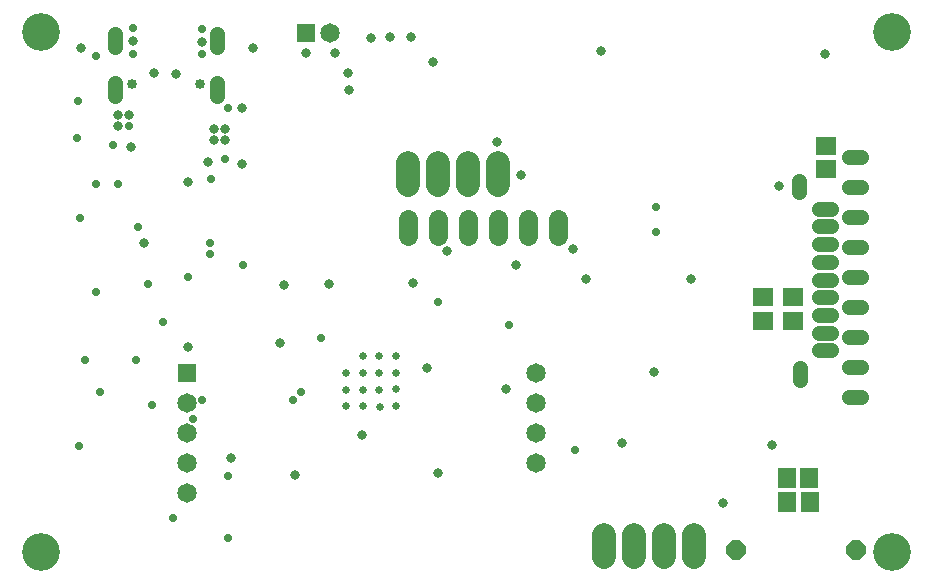
<source format=gbr>
G04 EAGLE Gerber RS-274X export*
G75*
%MOMM*%
%FSLAX34Y34*%
%LPD*%
%INSoldermask Bottom*%
%IPPOS*%
%AMOC8*
5,1,8,0,0,1.08239X$1,22.5*%
G01*
G04 Define Apertures*
%ADD10C,3.203200*%
%ADD11R,1.643200X1.643200*%
%ADD12C,1.643200*%
%ADD13C,1.311200*%
%ADD14C,0.853200*%
%ADD15C,2.039200*%
%ADD16C,1.261200*%
%ADD17R,1.803200X1.503200*%
%ADD18R,1.503200X1.703200*%
%ADD19P,1.80352X8X22.5*%
%ADD20C,1.643200*%
%ADD21C,2.032000*%
%ADD22C,0.803200*%
%ADD23C,0.705600*%
%ADD24C,0.655600*%
D10*
X710000Y480000D03*
X-10000Y480000D03*
X-10000Y40000D03*
X710000Y40000D03*
D11*
X113446Y191700D03*
D12*
X113446Y166300D03*
X113446Y140900D03*
X113446Y115500D03*
X113446Y90100D03*
X409356Y191700D03*
X409356Y166300D03*
X409356Y140900D03*
X409356Y115500D03*
D13*
X139100Y467660D02*
X139100Y478740D01*
X52700Y478740D02*
X52700Y467660D01*
X139100Y436940D02*
X139100Y425860D01*
X52700Y425860D02*
X52700Y436940D01*
D14*
X67000Y436400D03*
X124800Y436400D03*
D11*
X214600Y479300D03*
D12*
X234600Y479300D03*
D15*
X300916Y369256D02*
X300916Y350896D01*
X326316Y350896D02*
X326316Y369256D01*
X351716Y369256D02*
X351716Y350896D01*
X377116Y350896D02*
X377116Y369256D01*
D16*
X673970Y171492D02*
X684550Y171492D01*
X684550Y196892D02*
X673970Y196892D01*
X673970Y222292D02*
X684550Y222292D01*
X684550Y247692D02*
X673970Y247692D01*
X673970Y273092D02*
X684550Y273092D01*
X684550Y298492D02*
X673970Y298492D01*
X673970Y323892D02*
X684550Y323892D01*
X684550Y349292D02*
X673970Y349292D01*
X673970Y374692D02*
X684550Y374692D01*
X658866Y210786D02*
X648286Y210786D01*
X648286Y225786D02*
X658866Y225786D01*
X658866Y240786D02*
X648286Y240786D01*
X648286Y255786D02*
X658866Y255786D01*
X658866Y270786D02*
X648286Y270786D01*
X648286Y285786D02*
X658866Y285786D01*
X658866Y300786D02*
X648286Y300786D01*
X648286Y315786D02*
X658866Y315786D01*
X658866Y330786D02*
X648286Y330786D01*
D13*
X632576Y195536D02*
X632576Y186036D01*
X631576Y345036D02*
X631576Y354536D01*
D17*
X626840Y235900D03*
X626840Y255900D03*
X654500Y384100D03*
X654500Y364100D03*
X601300Y255900D03*
X601300Y235900D03*
D18*
X640660Y82340D03*
X621660Y82340D03*
X640400Y102660D03*
X621400Y102660D03*
D19*
X578200Y41764D03*
X679800Y41764D03*
D20*
X300200Y307800D02*
X300200Y322200D01*
X325600Y322200D02*
X325600Y307800D01*
X351000Y307800D02*
X351000Y322200D01*
X376400Y322200D02*
X376400Y307800D01*
X401800Y307800D02*
X401800Y322200D01*
X427200Y322200D02*
X427200Y307800D01*
D21*
X466900Y54544D02*
X466900Y36256D01*
X492300Y36256D02*
X492300Y54544D01*
X517700Y54544D02*
X517700Y36256D01*
X543100Y36256D02*
X543100Y54544D01*
D22*
X68000Y473000D03*
X126000Y472000D03*
X85357Y445357D03*
X104043Y444957D03*
X24000Y467000D03*
X169000Y467000D03*
X77000Y302000D03*
X114000Y214000D03*
X66000Y383000D03*
X114000Y353000D03*
X131000Y370000D03*
X269000Y475000D03*
X285000Y476000D03*
X303000Y476000D03*
X239000Y463000D03*
X250000Y446000D03*
X251000Y431000D03*
X214000Y463000D03*
X322000Y455000D03*
X396000Y359000D03*
X334000Y295000D03*
X305000Y268000D03*
X451000Y271000D03*
X384000Y178000D03*
X326000Y107000D03*
X151000Y120000D03*
D23*
X511000Y311000D03*
X511000Y332000D03*
X386000Y232000D03*
D22*
X482000Y132000D03*
X609000Y131000D03*
X654000Y462000D03*
X464000Y464000D03*
X615000Y350000D03*
X196000Y266000D03*
X234000Y267000D03*
X192000Y217000D03*
X317000Y196000D03*
X262000Y139000D03*
X205000Y105000D03*
X509200Y192400D03*
X567000Y82000D03*
X540200Y271400D03*
X376000Y387000D03*
D23*
X148000Y52000D03*
X102000Y69000D03*
X22000Y130000D03*
X146000Y373000D03*
X134000Y356000D03*
X51000Y385000D03*
X148000Y416000D03*
X126000Y462000D03*
X126000Y483000D03*
X68000Y462000D03*
X68000Y484000D03*
X20000Y391000D03*
X21000Y422000D03*
D24*
X262400Y177461D03*
X276407Y177470D03*
X262576Y205920D03*
X276252Y205920D03*
X276402Y191485D03*
X262412Y191476D03*
X290576Y205920D03*
X290693Y191789D03*
X290649Y177731D03*
X290576Y163420D03*
X276547Y163275D03*
X262460Y163420D03*
X247974Y163920D03*
X248076Y177420D03*
X248358Y191420D03*
D22*
X64000Y410088D03*
X54912Y410088D03*
X55000Y401000D03*
X146000Y398104D03*
X146000Y389000D03*
X136000Y389000D03*
D23*
X64000Y401000D03*
D22*
X136500Y398500D03*
D23*
X161318Y283464D03*
D22*
X440500Y296500D03*
X392000Y283000D03*
D23*
X114300Y272796D03*
X71628Y315468D03*
X54864Y352044D03*
X132588Y301752D03*
X92964Y234696D03*
X80772Y266700D03*
X27432Y202692D03*
X132588Y292608D03*
X70104Y202692D03*
X118872Y152400D03*
X83820Y164592D03*
X126492Y169164D03*
X39624Y175260D03*
D22*
X160000Y416000D03*
X160000Y369000D03*
D23*
X210213Y175359D03*
X441960Y126492D03*
X203355Y168501D03*
X36576Y460248D03*
X36576Y260604D03*
X227076Y220980D03*
X36576Y352044D03*
X22860Y323088D03*
X326136Y251460D03*
X147924Y104604D03*
M02*

</source>
